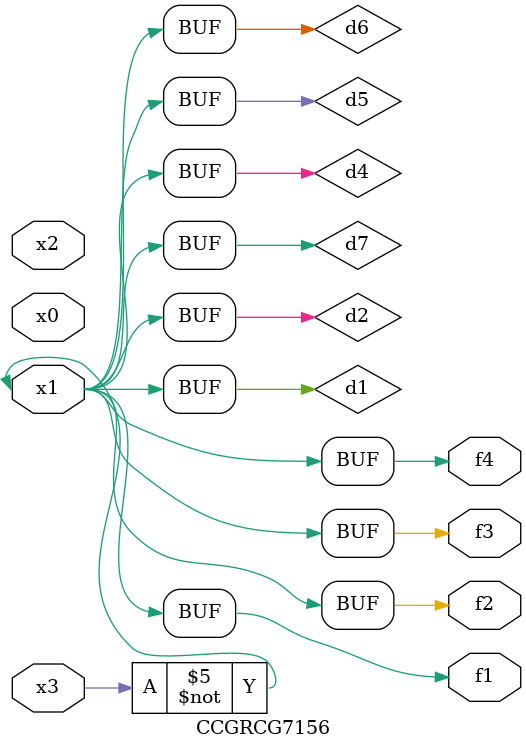
<source format=v>
module CCGRCG7156(
	input x0, x1, x2, x3,
	output f1, f2, f3, f4
);

	wire d1, d2, d3, d4, d5, d6, d7;

	not (d1, x3);
	buf (d2, x1);
	xnor (d3, d1, d2);
	nor (d4, d1);
	buf (d5, d1, d2);
	buf (d6, d4, d5);
	nand (d7, d4);
	assign f1 = d6;
	assign f2 = d7;
	assign f3 = d6;
	assign f4 = d6;
endmodule

</source>
